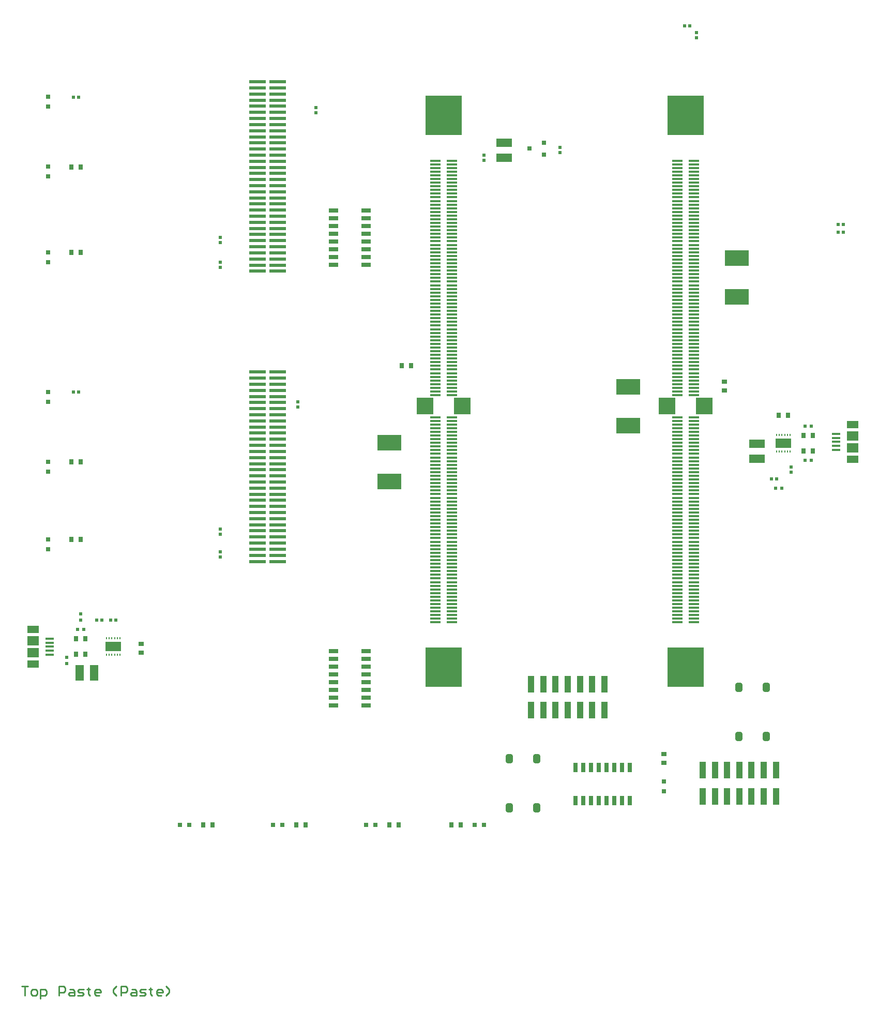
<source format=gbr>
G04 Layer_Color=8421504*
%FSLAX24Y24*%
%MOIN*%
%TF.FileFunction,Paste,Top*%
%TF.Part,Single*%
G01*
G75*
%TA.AperFunction,SMDPad,CuDef*%
%ADD10R,0.0354X0.0276*%
%ADD11R,0.0276X0.0354*%
%ADD12R,0.0236X0.0197*%
%ADD13R,0.0197X0.0236*%
%ADD14R,0.0630X0.0299*%
%ADD15R,0.0299X0.0630*%
G04:AMPARAMS|DCode=16|XSize=57mil|YSize=45mil|CornerRadius=11.2mil|HoleSize=0mil|Usage=FLASHONLY|Rotation=90.000|XOffset=0mil|YOffset=0mil|HoleType=Round|Shape=RoundedRectangle|*
%AMROUNDEDRECTD16*
21,1,0.0570,0.0225,0,0,90.0*
21,1,0.0345,0.0450,0,0,90.0*
1,1,0.0225,0.0112,0.0173*
1,1,0.0225,0.0112,-0.0173*
1,1,0.0225,-0.0112,-0.0173*
1,1,0.0225,-0.0112,0.0173*
%
%ADD16ROUNDEDRECTD16*%
%ADD17R,0.0197X0.0205*%
%ADD18R,0.0205X0.0197*%
%ADD19R,0.0217X0.0217*%
%ADD20R,0.0315X0.0315*%
%ADD21R,0.0315X0.0315*%
%ADD22R,0.1575X0.0984*%
%ADD23R,0.0098X0.0157*%
%ADD24R,0.0984X0.0630*%
%ADD25R,0.0531X0.1024*%
%ADD26R,0.1024X0.0531*%
%ADD27R,0.1063X0.0236*%
%ADD28R,0.0689X0.0138*%
%ADD29R,0.1091X0.1102*%
%ADD30R,0.2362X0.2559*%
%ADD31R,0.0394X0.1083*%
%ADD32R,0.0748X0.0591*%
%ADD33R,0.0531X0.0157*%
%ADD34R,0.0748X0.0472*%
%ADD35R,0.0295X0.0295*%
%TA.AperFunction,NonConductor*%
%ADD45C,0.0100*%
D10*
X41400Y6005D02*
D03*
Y6595D02*
D03*
X7700Y13105D02*
D03*
Y13695D02*
D03*
X45300Y30595D02*
D03*
Y30005D02*
D03*
D11*
X28295Y2000D02*
D03*
X27705D02*
D03*
X23705Y2000D02*
D03*
X24295D02*
D03*
X17705D02*
D03*
X18295D02*
D03*
X11705D02*
D03*
X12295D02*
D03*
X3205Y44400D02*
D03*
X3795D02*
D03*
X3205Y38900D02*
D03*
X3795D02*
D03*
X3205Y25400D02*
D03*
X3795D02*
D03*
X3205Y20400D02*
D03*
X3795D02*
D03*
X24505Y31598D02*
D03*
X25095D02*
D03*
X3505Y14000D02*
D03*
X4095D02*
D03*
X48805Y28400D02*
D03*
X49395D02*
D03*
X50400Y26100D02*
D03*
X50991D02*
D03*
X50405Y27100D02*
D03*
X50995D02*
D03*
X3505Y13000D02*
D03*
X4095D02*
D03*
D12*
X3997Y14600D02*
D03*
X3603D02*
D03*
X48997Y23700D02*
D03*
X48603D02*
D03*
X50897Y25500D02*
D03*
X50503D02*
D03*
X50897Y27700D02*
D03*
X50503D02*
D03*
D13*
X3800Y15597D02*
D03*
Y15203D02*
D03*
X2900Y12403D02*
D03*
Y12797D02*
D03*
D14*
X22214Y13200D02*
D03*
Y12700D02*
D03*
Y12200D02*
D03*
Y11700D02*
D03*
Y11200D02*
D03*
Y10700D02*
D03*
Y10200D02*
D03*
Y9700D02*
D03*
X20100D02*
D03*
Y10200D02*
D03*
Y10700D02*
D03*
Y11200D02*
D03*
Y11700D02*
D03*
Y12200D02*
D03*
Y12700D02*
D03*
Y13200D02*
D03*
X20086Y38100D02*
D03*
Y38600D02*
D03*
Y39100D02*
D03*
Y39600D02*
D03*
Y40100D02*
D03*
Y40600D02*
D03*
Y41100D02*
D03*
Y41600D02*
D03*
X22200D02*
D03*
Y41100D02*
D03*
Y40600D02*
D03*
Y40100D02*
D03*
Y39600D02*
D03*
Y39100D02*
D03*
Y38600D02*
D03*
Y38100D02*
D03*
D15*
X35700Y5700D02*
D03*
X36200D02*
D03*
X36700D02*
D03*
X37200D02*
D03*
X37700D02*
D03*
X38200D02*
D03*
X38700D02*
D03*
X39200D02*
D03*
Y3586D02*
D03*
X38700D02*
D03*
X38200D02*
D03*
X37700D02*
D03*
X37200D02*
D03*
X36700D02*
D03*
X36200D02*
D03*
X35700D02*
D03*
D16*
X47986Y7725D02*
D03*
Y10879D02*
D03*
X46218Y7725D02*
D03*
Y10879D02*
D03*
X31418Y6279D02*
D03*
Y3125D02*
D03*
X33186Y6279D02*
D03*
Y3125D02*
D03*
D17*
X3337Y48900D02*
D03*
X3663D02*
D03*
X43063Y53500D02*
D03*
X42737D02*
D03*
X48337Y24300D02*
D03*
X48663D02*
D03*
X6063Y15200D02*
D03*
X5737D02*
D03*
X4837D02*
D03*
X5163D02*
D03*
X3337Y29900D02*
D03*
X3663D02*
D03*
D18*
X17800Y28937D02*
D03*
Y29263D02*
D03*
X12800Y37937D02*
D03*
Y38263D02*
D03*
X18953Y48255D02*
D03*
Y47928D02*
D03*
X12800Y19273D02*
D03*
Y19600D02*
D03*
Y39537D02*
D03*
Y39863D02*
D03*
Y20737D02*
D03*
Y21063D02*
D03*
X34700Y45337D02*
D03*
Y45663D02*
D03*
X43500Y52737D02*
D03*
Y53063D02*
D03*
X49600Y24737D02*
D03*
Y25063D02*
D03*
X29800Y45163D02*
D03*
Y44837D02*
D03*
D19*
X52977Y40700D02*
D03*
X52623D02*
D03*
X52623Y40200D02*
D03*
X52977D02*
D03*
D20*
X1700Y48930D02*
D03*
Y48300D02*
D03*
Y20415D02*
D03*
Y19785D02*
D03*
Y38915D02*
D03*
Y38285D02*
D03*
Y25415D02*
D03*
Y24785D02*
D03*
Y44430D02*
D03*
Y43800D02*
D03*
X41400Y4815D02*
D03*
Y4185D02*
D03*
X1700Y29915D02*
D03*
Y29285D02*
D03*
D21*
X29185Y2000D02*
D03*
X29815D02*
D03*
X22815D02*
D03*
X22185D02*
D03*
X16815D02*
D03*
X16185D02*
D03*
X10815D02*
D03*
X10185D02*
D03*
D22*
X39100Y27760D02*
D03*
Y30240D02*
D03*
X46100Y38540D02*
D03*
Y36060D02*
D03*
X23700Y26640D02*
D03*
Y24160D02*
D03*
D23*
X48657Y26069D02*
D03*
X48834D02*
D03*
X49011D02*
D03*
X49189D02*
D03*
X49366D02*
D03*
X49543D02*
D03*
Y27132D02*
D03*
X49366D02*
D03*
X49189D02*
D03*
X49011D02*
D03*
X48834D02*
D03*
X48657D02*
D03*
X6343Y12969D02*
D03*
X6166D02*
D03*
X5989D02*
D03*
X5811D02*
D03*
X5634D02*
D03*
X5457D02*
D03*
Y14031D02*
D03*
X5634D02*
D03*
X5811D02*
D03*
X5989D02*
D03*
X6166D02*
D03*
X6343D02*
D03*
D24*
X49100Y26600D02*
D03*
X5900Y13500D02*
D03*
D25*
X3718Y11800D02*
D03*
X4682D02*
D03*
D26*
X47400Y26582D02*
D03*
Y25618D02*
D03*
X31100Y45982D02*
D03*
Y45018D02*
D03*
D27*
X16499Y18995D02*
D03*
X15200D02*
D03*
X16499Y19389D02*
D03*
X15200D02*
D03*
X16499Y19783D02*
D03*
X15200D02*
D03*
X16499Y20176D02*
D03*
X15200D02*
D03*
X16499Y20570D02*
D03*
X15200D02*
D03*
X16499Y20964D02*
D03*
X15200D02*
D03*
X16499Y21357D02*
D03*
X15200D02*
D03*
X16499Y21751D02*
D03*
X15200D02*
D03*
X16499Y22145D02*
D03*
X15200D02*
D03*
X16499Y22539D02*
D03*
X15200D02*
D03*
X16499Y22932D02*
D03*
X15200D02*
D03*
X16499Y23326D02*
D03*
X15200D02*
D03*
X16499Y23720D02*
D03*
X15200D02*
D03*
X16499Y24113D02*
D03*
X15200D02*
D03*
X16499Y24507D02*
D03*
X15200D02*
D03*
X16499Y24901D02*
D03*
X15200D02*
D03*
X16499Y25294D02*
D03*
X15200D02*
D03*
X16499Y25688D02*
D03*
X15200D02*
D03*
X16499Y26082D02*
D03*
X15200D02*
D03*
X16499Y26476D02*
D03*
X15200D02*
D03*
X16499Y26869D02*
D03*
X15200D02*
D03*
X16499Y27263D02*
D03*
X15200D02*
D03*
X16499Y27657D02*
D03*
X15200D02*
D03*
X16499Y28050D02*
D03*
X15200D02*
D03*
X16499Y28444D02*
D03*
X15200D02*
D03*
X16499Y28838D02*
D03*
X15200D02*
D03*
X16499Y29232D02*
D03*
X15200D02*
D03*
X16499Y29625D02*
D03*
X15200D02*
D03*
X16499Y30019D02*
D03*
X15200D02*
D03*
X16499Y30413D02*
D03*
X15200D02*
D03*
X16499Y30806D02*
D03*
X15200D02*
D03*
X16499Y31200D02*
D03*
X15200D02*
D03*
Y49905D02*
D03*
X16499D02*
D03*
X15200Y49511D02*
D03*
X16499D02*
D03*
X15200Y49117D02*
D03*
X16499D02*
D03*
X15200Y48724D02*
D03*
X16499D02*
D03*
X15200Y48330D02*
D03*
X16499D02*
D03*
X15200Y47936D02*
D03*
X16499D02*
D03*
X15200Y47543D02*
D03*
X16499D02*
D03*
X15200Y47149D02*
D03*
X16499D02*
D03*
X15200Y46755D02*
D03*
X16499D02*
D03*
X15200Y46361D02*
D03*
X16499D02*
D03*
X15200Y45968D02*
D03*
X16499D02*
D03*
X15200Y45574D02*
D03*
X16499D02*
D03*
X15200Y45180D02*
D03*
X16499D02*
D03*
X15200Y44787D02*
D03*
X16499D02*
D03*
X15200Y44393D02*
D03*
X16499D02*
D03*
X15200Y43999D02*
D03*
X16499D02*
D03*
X15200Y43606D02*
D03*
X16499D02*
D03*
X15200Y43212D02*
D03*
X16499D02*
D03*
X15200Y42818D02*
D03*
X16499D02*
D03*
X15200Y42424D02*
D03*
X16499D02*
D03*
X15200Y42031D02*
D03*
X16499D02*
D03*
X15200Y41637D02*
D03*
X16499D02*
D03*
X15200Y41243D02*
D03*
X16499D02*
D03*
X15200Y40850D02*
D03*
X16499D02*
D03*
X15200Y40456D02*
D03*
X16499D02*
D03*
X15200Y40062D02*
D03*
X16499D02*
D03*
X15200Y39669D02*
D03*
X16499D02*
D03*
X15200Y39275D02*
D03*
X16499D02*
D03*
X15200Y38881D02*
D03*
X16499D02*
D03*
X15200Y38487D02*
D03*
X16499D02*
D03*
X15200Y38094D02*
D03*
X16499D02*
D03*
X15200Y37700D02*
D03*
X16499D02*
D03*
D28*
X43343Y15063D02*
D03*
Y15299D02*
D03*
Y15535D02*
D03*
Y15772D02*
D03*
Y16008D02*
D03*
Y16244D02*
D03*
Y16480D02*
D03*
Y16717D02*
D03*
Y16953D02*
D03*
Y17189D02*
D03*
Y17425D02*
D03*
Y17661D02*
D03*
Y17898D02*
D03*
Y18134D02*
D03*
Y18370D02*
D03*
Y18606D02*
D03*
Y18843D02*
D03*
Y19079D02*
D03*
Y19315D02*
D03*
Y19551D02*
D03*
Y19787D02*
D03*
Y20024D02*
D03*
Y20260D02*
D03*
Y20496D02*
D03*
Y20732D02*
D03*
Y20969D02*
D03*
Y21205D02*
D03*
Y21441D02*
D03*
Y21677D02*
D03*
Y21913D02*
D03*
Y22150D02*
D03*
Y22386D02*
D03*
Y22622D02*
D03*
Y22858D02*
D03*
Y23094D02*
D03*
Y23331D02*
D03*
Y23567D02*
D03*
Y23803D02*
D03*
Y24039D02*
D03*
Y24276D02*
D03*
Y24512D02*
D03*
Y24748D02*
D03*
Y24984D02*
D03*
Y25220D02*
D03*
Y25457D02*
D03*
Y25693D02*
D03*
Y25929D02*
D03*
Y26165D02*
D03*
Y26402D02*
D03*
Y26638D02*
D03*
Y26874D02*
D03*
Y27110D02*
D03*
Y27346D02*
D03*
Y27583D02*
D03*
Y27819D02*
D03*
Y28055D02*
D03*
Y28291D02*
D03*
Y29709D02*
D03*
Y29945D02*
D03*
Y30181D02*
D03*
Y30417D02*
D03*
Y30654D02*
D03*
Y30890D02*
D03*
Y31126D02*
D03*
Y31362D02*
D03*
Y31598D02*
D03*
Y31835D02*
D03*
Y32071D02*
D03*
Y32307D02*
D03*
Y32543D02*
D03*
Y32780D02*
D03*
Y33016D02*
D03*
Y33252D02*
D03*
Y33488D02*
D03*
Y33724D02*
D03*
Y33961D02*
D03*
Y34197D02*
D03*
Y34433D02*
D03*
Y34669D02*
D03*
Y34906D02*
D03*
Y35142D02*
D03*
Y35378D02*
D03*
Y35614D02*
D03*
Y35850D02*
D03*
Y36087D02*
D03*
Y36323D02*
D03*
Y36559D02*
D03*
Y36795D02*
D03*
Y37032D02*
D03*
Y37268D02*
D03*
Y37504D02*
D03*
Y37740D02*
D03*
Y37976D02*
D03*
Y38213D02*
D03*
Y38449D02*
D03*
Y38685D02*
D03*
Y38921D02*
D03*
Y39157D02*
D03*
Y39394D02*
D03*
Y39630D02*
D03*
Y39866D02*
D03*
Y40102D02*
D03*
Y40339D02*
D03*
Y40575D02*
D03*
Y40811D02*
D03*
Y41047D02*
D03*
Y41283D02*
D03*
Y41520D02*
D03*
Y41756D02*
D03*
Y41992D02*
D03*
Y42228D02*
D03*
Y42465D02*
D03*
Y42701D02*
D03*
Y42937D02*
D03*
Y43173D02*
D03*
Y43409D02*
D03*
Y43646D02*
D03*
Y43882D02*
D03*
Y44118D02*
D03*
Y44354D02*
D03*
Y44591D02*
D03*
Y44827D02*
D03*
X42257D02*
D03*
Y44591D02*
D03*
Y44354D02*
D03*
Y44118D02*
D03*
Y43882D02*
D03*
Y43646D02*
D03*
Y43409D02*
D03*
Y43173D02*
D03*
Y42937D02*
D03*
Y42701D02*
D03*
Y42465D02*
D03*
Y42228D02*
D03*
Y41992D02*
D03*
Y41756D02*
D03*
Y41520D02*
D03*
Y41283D02*
D03*
Y41047D02*
D03*
Y40811D02*
D03*
Y40575D02*
D03*
Y40339D02*
D03*
Y40102D02*
D03*
Y39866D02*
D03*
Y39630D02*
D03*
Y39394D02*
D03*
Y39157D02*
D03*
Y38921D02*
D03*
Y38685D02*
D03*
Y38449D02*
D03*
Y38213D02*
D03*
Y37976D02*
D03*
Y37740D02*
D03*
Y37504D02*
D03*
Y37268D02*
D03*
Y37032D02*
D03*
Y36795D02*
D03*
Y36559D02*
D03*
Y36323D02*
D03*
Y36087D02*
D03*
Y35850D02*
D03*
Y35614D02*
D03*
Y35378D02*
D03*
Y35142D02*
D03*
Y34906D02*
D03*
Y34669D02*
D03*
Y34433D02*
D03*
Y34197D02*
D03*
Y33961D02*
D03*
Y33724D02*
D03*
Y33488D02*
D03*
Y33252D02*
D03*
Y33016D02*
D03*
Y32780D02*
D03*
Y32543D02*
D03*
Y32307D02*
D03*
Y32071D02*
D03*
Y31835D02*
D03*
Y31598D02*
D03*
Y31362D02*
D03*
Y31126D02*
D03*
Y30890D02*
D03*
Y30654D02*
D03*
Y30417D02*
D03*
Y30181D02*
D03*
Y29945D02*
D03*
Y29709D02*
D03*
Y28291D02*
D03*
Y28055D02*
D03*
Y27819D02*
D03*
Y27583D02*
D03*
Y27346D02*
D03*
Y27110D02*
D03*
Y26874D02*
D03*
Y26638D02*
D03*
Y26402D02*
D03*
Y26165D02*
D03*
Y25929D02*
D03*
Y25693D02*
D03*
Y25457D02*
D03*
Y25220D02*
D03*
Y24984D02*
D03*
Y24748D02*
D03*
Y24512D02*
D03*
Y24276D02*
D03*
Y24039D02*
D03*
Y23803D02*
D03*
Y23567D02*
D03*
Y23331D02*
D03*
Y23094D02*
D03*
Y22858D02*
D03*
Y22622D02*
D03*
Y22386D02*
D03*
Y22150D02*
D03*
Y21913D02*
D03*
Y21677D02*
D03*
Y21441D02*
D03*
Y21205D02*
D03*
Y20969D02*
D03*
Y20732D02*
D03*
Y20496D02*
D03*
Y20260D02*
D03*
Y20024D02*
D03*
Y19787D02*
D03*
Y19551D02*
D03*
Y19315D02*
D03*
Y19079D02*
D03*
Y18843D02*
D03*
Y18606D02*
D03*
Y18370D02*
D03*
Y18134D02*
D03*
Y17898D02*
D03*
Y17661D02*
D03*
Y17425D02*
D03*
Y17189D02*
D03*
Y16953D02*
D03*
Y16717D02*
D03*
Y16480D02*
D03*
Y16244D02*
D03*
Y16008D02*
D03*
Y15772D02*
D03*
Y15535D02*
D03*
Y15299D02*
D03*
Y15063D02*
D03*
X26657D02*
D03*
Y15299D02*
D03*
Y15535D02*
D03*
Y15772D02*
D03*
Y16008D02*
D03*
Y16244D02*
D03*
Y16480D02*
D03*
Y16717D02*
D03*
Y16953D02*
D03*
Y17189D02*
D03*
Y17425D02*
D03*
Y17661D02*
D03*
Y17898D02*
D03*
Y18134D02*
D03*
Y18370D02*
D03*
Y18606D02*
D03*
Y18843D02*
D03*
Y19079D02*
D03*
Y19315D02*
D03*
Y19551D02*
D03*
Y19787D02*
D03*
Y20024D02*
D03*
Y20260D02*
D03*
Y20496D02*
D03*
Y20732D02*
D03*
Y20969D02*
D03*
Y21205D02*
D03*
Y21441D02*
D03*
Y21677D02*
D03*
Y21913D02*
D03*
Y22150D02*
D03*
Y22386D02*
D03*
Y22622D02*
D03*
Y22858D02*
D03*
Y23094D02*
D03*
Y23331D02*
D03*
Y23567D02*
D03*
Y23803D02*
D03*
Y24039D02*
D03*
Y24276D02*
D03*
Y24512D02*
D03*
Y24748D02*
D03*
Y24984D02*
D03*
Y25220D02*
D03*
Y25457D02*
D03*
Y25693D02*
D03*
Y25929D02*
D03*
Y26165D02*
D03*
Y26402D02*
D03*
Y26638D02*
D03*
Y26874D02*
D03*
Y27110D02*
D03*
Y27346D02*
D03*
Y27583D02*
D03*
Y27819D02*
D03*
Y28055D02*
D03*
Y28291D02*
D03*
Y29709D02*
D03*
Y29945D02*
D03*
Y30181D02*
D03*
Y30417D02*
D03*
Y30654D02*
D03*
Y30890D02*
D03*
Y31126D02*
D03*
Y31362D02*
D03*
Y31598D02*
D03*
Y31835D02*
D03*
Y32071D02*
D03*
Y32307D02*
D03*
Y32543D02*
D03*
Y32780D02*
D03*
Y33016D02*
D03*
Y33252D02*
D03*
Y33488D02*
D03*
Y33724D02*
D03*
Y33961D02*
D03*
Y34197D02*
D03*
Y34433D02*
D03*
Y34669D02*
D03*
Y34906D02*
D03*
Y35142D02*
D03*
Y35378D02*
D03*
Y35614D02*
D03*
Y35850D02*
D03*
Y36087D02*
D03*
Y36323D02*
D03*
Y36559D02*
D03*
Y36795D02*
D03*
Y37032D02*
D03*
Y37268D02*
D03*
Y37504D02*
D03*
Y37740D02*
D03*
Y37976D02*
D03*
Y38213D02*
D03*
Y38449D02*
D03*
Y38685D02*
D03*
Y38921D02*
D03*
Y39157D02*
D03*
Y39394D02*
D03*
Y39630D02*
D03*
Y39866D02*
D03*
Y40102D02*
D03*
Y40339D02*
D03*
Y40575D02*
D03*
Y40811D02*
D03*
Y41047D02*
D03*
Y41283D02*
D03*
Y41520D02*
D03*
Y41756D02*
D03*
Y41992D02*
D03*
Y42228D02*
D03*
Y42465D02*
D03*
Y42701D02*
D03*
Y42937D02*
D03*
Y43173D02*
D03*
Y43409D02*
D03*
Y43646D02*
D03*
Y43882D02*
D03*
Y44118D02*
D03*
Y44354D02*
D03*
Y44591D02*
D03*
Y44827D02*
D03*
X27743D02*
D03*
Y44591D02*
D03*
Y44354D02*
D03*
Y44118D02*
D03*
Y43882D02*
D03*
Y43646D02*
D03*
Y43409D02*
D03*
Y43173D02*
D03*
Y42937D02*
D03*
Y42701D02*
D03*
Y42465D02*
D03*
Y42228D02*
D03*
Y41992D02*
D03*
Y41756D02*
D03*
Y41520D02*
D03*
Y41283D02*
D03*
Y41047D02*
D03*
Y40811D02*
D03*
Y40575D02*
D03*
Y40339D02*
D03*
Y40102D02*
D03*
Y39866D02*
D03*
Y39630D02*
D03*
Y39394D02*
D03*
Y39157D02*
D03*
Y38921D02*
D03*
Y38685D02*
D03*
Y38449D02*
D03*
Y38213D02*
D03*
Y37976D02*
D03*
Y37740D02*
D03*
Y37504D02*
D03*
Y37268D02*
D03*
Y37032D02*
D03*
Y36795D02*
D03*
Y36559D02*
D03*
Y36323D02*
D03*
Y36087D02*
D03*
Y35850D02*
D03*
Y35614D02*
D03*
Y35378D02*
D03*
Y35142D02*
D03*
Y34906D02*
D03*
Y34669D02*
D03*
Y34433D02*
D03*
Y34197D02*
D03*
Y33961D02*
D03*
Y33724D02*
D03*
Y33488D02*
D03*
Y33252D02*
D03*
Y33016D02*
D03*
Y32780D02*
D03*
Y32543D02*
D03*
Y32307D02*
D03*
Y32071D02*
D03*
Y31835D02*
D03*
Y31598D02*
D03*
Y31362D02*
D03*
Y31126D02*
D03*
Y30890D02*
D03*
Y30654D02*
D03*
Y30417D02*
D03*
Y30181D02*
D03*
Y29945D02*
D03*
Y29709D02*
D03*
Y28291D02*
D03*
Y28055D02*
D03*
Y27819D02*
D03*
Y27583D02*
D03*
Y27346D02*
D03*
Y27110D02*
D03*
Y26874D02*
D03*
Y26638D02*
D03*
Y26402D02*
D03*
Y26165D02*
D03*
Y25929D02*
D03*
Y25693D02*
D03*
Y25457D02*
D03*
Y25220D02*
D03*
Y24984D02*
D03*
Y24748D02*
D03*
Y24512D02*
D03*
Y24276D02*
D03*
Y24039D02*
D03*
Y23803D02*
D03*
Y23567D02*
D03*
Y23331D02*
D03*
Y23094D02*
D03*
Y22858D02*
D03*
Y22622D02*
D03*
Y22386D02*
D03*
Y22150D02*
D03*
Y21913D02*
D03*
Y21677D02*
D03*
Y21441D02*
D03*
Y21205D02*
D03*
Y20969D02*
D03*
Y20732D02*
D03*
Y20496D02*
D03*
Y20260D02*
D03*
Y20024D02*
D03*
Y19787D02*
D03*
Y19551D02*
D03*
Y19315D02*
D03*
Y19079D02*
D03*
Y18843D02*
D03*
Y18606D02*
D03*
Y18370D02*
D03*
Y18134D02*
D03*
Y17898D02*
D03*
Y17661D02*
D03*
Y17425D02*
D03*
Y17189D02*
D03*
Y16953D02*
D03*
Y16717D02*
D03*
Y16480D02*
D03*
Y16244D02*
D03*
Y16008D02*
D03*
Y15772D02*
D03*
Y15535D02*
D03*
Y15299D02*
D03*
Y15063D02*
D03*
D29*
X44013Y29000D02*
D03*
X41587D02*
D03*
X25987D02*
D03*
X28413D02*
D03*
D30*
X42800Y12169D02*
D03*
Y47740D02*
D03*
X27200D02*
D03*
Y12169D02*
D03*
D31*
X37562Y11077D02*
D03*
Y9400D02*
D03*
X36775Y11077D02*
D03*
Y9400D02*
D03*
X35987Y11077D02*
D03*
Y9400D02*
D03*
X35200Y11077D02*
D03*
Y9400D02*
D03*
X34413Y11077D02*
D03*
Y9400D02*
D03*
X33625Y11077D02*
D03*
Y9400D02*
D03*
X32838Y11077D02*
D03*
Y9400D02*
D03*
X43900Y3861D02*
D03*
Y5539D02*
D03*
X44687Y3861D02*
D03*
Y5539D02*
D03*
X45475Y3861D02*
D03*
Y5539D02*
D03*
X46262Y3861D02*
D03*
Y5539D02*
D03*
X47050Y3861D02*
D03*
Y5539D02*
D03*
X47837Y3861D02*
D03*
Y5539D02*
D03*
X48624Y3861D02*
D03*
Y5539D02*
D03*
D32*
X737Y13894D02*
D03*
Y13106D02*
D03*
X53563Y27094D02*
D03*
Y26306D02*
D03*
D33*
X1800Y12988D02*
D03*
Y13244D02*
D03*
Y13500D02*
D03*
Y13756D02*
D03*
Y14012D02*
D03*
X52500Y26188D02*
D03*
Y26444D02*
D03*
Y26700D02*
D03*
Y26956D02*
D03*
Y27212D02*
D03*
D34*
X737Y12378D02*
D03*
Y14622D02*
D03*
X53563Y25578D02*
D03*
Y27822D02*
D03*
D35*
X33651Y45226D02*
D03*
Y45974D02*
D03*
X32749Y45600D02*
D03*
D45*
X0Y-8400D02*
X400D01*
X200D01*
Y-9000D01*
X700D02*
X900D01*
X1000Y-8900D01*
Y-8700D01*
X900Y-8600D01*
X700D01*
X600Y-8700D01*
Y-8900D01*
X700Y-9000D01*
X1200Y-9200D02*
Y-8600D01*
X1500D01*
X1599Y-8700D01*
Y-8900D01*
X1500Y-9000D01*
X1200D01*
X2399D02*
Y-8400D01*
X2699D01*
X2799Y-8500D01*
Y-8700D01*
X2699Y-8800D01*
X2399D01*
X3099Y-8600D02*
X3299D01*
X3399Y-8700D01*
Y-9000D01*
X3099D01*
X2999Y-8900D01*
X3099Y-8800D01*
X3399D01*
X3599Y-9000D02*
X3899D01*
X3999Y-8900D01*
X3899Y-8800D01*
X3699D01*
X3599Y-8700D01*
X3699Y-8600D01*
X3999D01*
X4299Y-8500D02*
Y-8600D01*
X4199D01*
X4399D01*
X4299D01*
Y-8900D01*
X4399Y-9000D01*
X4998D02*
X4798D01*
X4698Y-8900D01*
Y-8700D01*
X4798Y-8600D01*
X4998D01*
X5098Y-8700D01*
Y-8800D01*
X4698D01*
X6098Y-9000D02*
X5898Y-8800D01*
Y-8600D01*
X6098Y-8400D01*
X6398Y-9000D02*
Y-8400D01*
X6698D01*
X6798Y-8500D01*
Y-8700D01*
X6698Y-8800D01*
X6398D01*
X7098Y-8600D02*
X7298D01*
X7398Y-8700D01*
Y-9000D01*
X7098D01*
X6998Y-8900D01*
X7098Y-8800D01*
X7398D01*
X7598Y-9000D02*
X7897D01*
X7997Y-8900D01*
X7897Y-8800D01*
X7698D01*
X7598Y-8700D01*
X7698Y-8600D01*
X7997D01*
X8297Y-8500D02*
Y-8600D01*
X8197D01*
X8397D01*
X8297D01*
Y-8900D01*
X8397Y-9000D01*
X8997D02*
X8797D01*
X8697Y-8900D01*
Y-8700D01*
X8797Y-8600D01*
X8997D01*
X9097Y-8700D01*
Y-8800D01*
X8697D01*
X9297Y-9000D02*
X9497Y-8800D01*
Y-8600D01*
X9297Y-8400D01*
%TF.MD5,ea453aed36b7e72abeceb60db2b3e830*%
M02*

</source>
